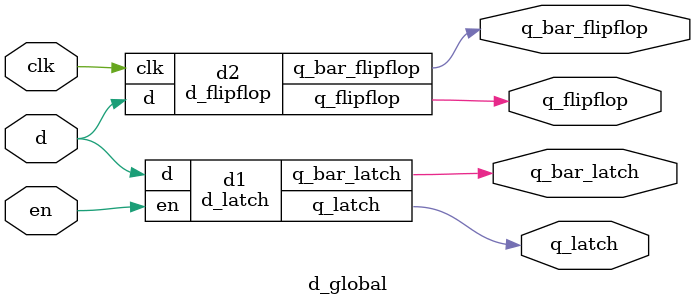
<source format=v>
`timescale 1ns / 1ps
module d_latch(  
    input d,  
    input en,  
    output q_latch,  
    output q_bar_latch  
);  
    wire d_bar, t1, t2;

    // Generate complement of d
    not g1(d_bar, d);

    // Generate intermediate signals
    and g2(t1, en, d);        // t1 = en & d
    and g3(t2, en, d_bar);    // t2 = en & ~d

    // NOR gates for the latch
  nor g4(q_latch, q_bar_latch, t2);     // q = ~(q_bar | t2)
  nor g5(q_bar_latch, q_latch, t1);     // q_bar = ~(q | t1)

endmodule
// D Flip-Flop module (Gate Level Modeling)
module d_flipflop(  
    input d,   
    input clk,  
    output q_flipflop,  
    output q_bar_flipflop   
);  
    wire d_bar, t1, t2, t3, t4;

    // Generate complement of d
    not g1(d_bar, d);

    // NAND gates for master latch
    nand g2(t1, d, clk);        // t1 = ~(d & clk)
    nand g3(t2, d_bar, clk);    // t2 = ~(~d & clk)

    // NAND gates for slave latch
  nand g4(q_flipflop, t1, q_bar_flipflop);      // q = ~(t1 & q_bar)
  nand g5(q_bar_flipflop, t2, q_flipflop);      // q_bar = ~(t2 & q)

endmodule


module d_global(
  input d,   
    input clk,en,  
    output q_latch,q_flipflop,
    output q_bar_latch,q_bar_flipflop 
);
  
  d_latch d1( .d(d),
              .en(en),
             .q_latch(q_latch),
             .q_bar_latch(q_bar_latch)
            );
  
  d_flipflop d2( .d(d),
                .clk(clk),
                .q_flipflop(q_flipflop),
                .q_bar_flipflop(q_bar_flipflop)
               );
  
endmodule 
  
</source>
